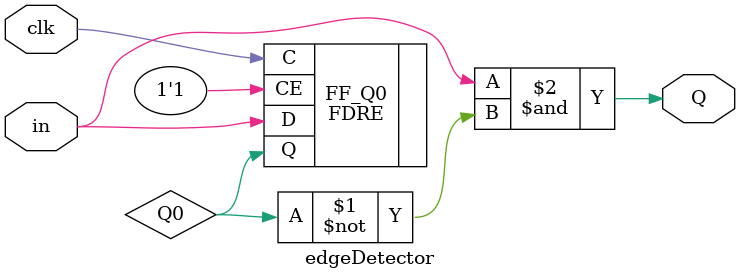
<source format=v>
`timescale 1ns / 1ps


module edgeDetector(
    input clk,
    input in,
    output Q
    );
    wire Q0;
    FDRE #(.INIT(1'b0) ) FF_Q0 (.C(clk), .CE(1'b1), .D(in), .Q(Q0));
    assign Q = in & ~Q0;
endmodule

</source>
